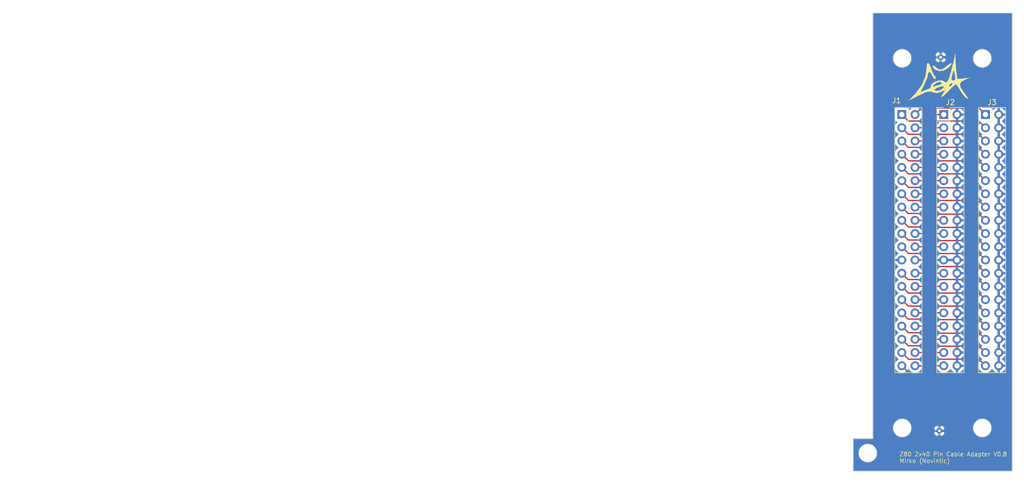
<source format=kicad_pcb>
(kicad_pcb (version 20221018) (generator pcbnew)
  (layers (0 "F.Cu" signal) (31 "B.Cu" signal) (34 "B.Paste" user) (35 "F.Paste" user) (36 "B.SilkS" user "B.Silkscreen") (37 "F.SilkS" user "F.Silkscreen") (38 "B.Mask" user) (39 "F.Mask" user) (44 "Edge.Cuts" user))
  (net 0 "")
  (net 1 "UA10")
  (net 2 "UA11")
  (net 3 "UA9")
  (net 4 "UA12")
  (net 5 "UA8")
  (net 6 "UA13")
  (net 7 "UA7")
  (net 8 "UA14")
  (net 9 "UA6")
  (net 10 "UA15")
  (net 11 "UA5")
  (net 12 "UCLK")
  (net 13 "UA4")
  (net 14 "UD4")
  (net 15 "UA3")
  (net 16 "UD3")
  (net 17 "UA2")
  (net 18 "UD5")
  (net 19 "UA1")
  (net 20 "UD6")
  (net 21 "UA0")
  (net 22 "U+5V")
  (net 23 "GND")
  (net 24 "UD2")
  (net 25 "~{UFRSH}")
  (net 26 "UD7")
  (net 27 "~{UM1}")
  (net 28 "UD0")
  (net 29 "~{URESET}")
  (net 30 "UD1")
  (net 31 "~{UBUSREQ}")
  (net 32 "~{UINT}")
  (net 33 "~{UWAIT}")
  (net 34 "~{UNMI}")
  (net 35 "~{UBUSAQ}")
  (net 36 "~{UHALT}")
  (net 37 "~{UWR}")
  (net 38 "~{UMREQ}")
  (net 39 "~{URD}")
  (net 40 "~{UIORQ}")
  (footprint "Connector_PinHeader_2.54mm:PinHeader_2x20_P2.54mm_Vertical" (layer "F.Cu") (at 79.35 71.5)
    (fp_text reference "J2" (at 1.27 -2.33) (layer "F.SilkS"))
    (fp_text value "Conn_02x20_Odd_Even" hide)
    (fp_line (start -1.33 -1.33) (end 0 -1.33) (stroke (width 0.12)) (layer "F.SilkS"))
    (fp_line (start -1.33 0) (end -1.33 -1.33) (stroke (width 0.12)) (layer "F.SilkS"))
    (fp_line (start -1.33 1.27) (end -1.33 49.59) (stroke (width 0.12)) (layer "F.SilkS"))
    (fp_line (start -1.33 1.27) (end 1.27 1.27) (stroke (width 0.12)) (layer "F.SilkS"))
    (fp_line (start -1.33 49.59) (end 3.87 49.59) (stroke (width 0.12)) (layer "F.SilkS"))
    (fp_line (start 1.27 -1.33) (end 3.87 -1.33) (stroke (width 0.12)) (layer "F.SilkS"))
    (fp_line (start 1.27 1.27) (end 1.27 -1.33) (stroke (width 0.12)) (layer "F.SilkS"))
    (fp_line (start 3.87 -1.33) (end 3.87 49.59) (stroke (width 0.12)) (layer "F.SilkS"))
    (pad "1" thru_hole rect (at 0 0) (size 1.7 1.7) (drill 1) (layers "*.Cu" "*.Mask") (net 1 "UA10"))
    (pad "2" thru_hole oval (at 2.54 0) (size 1.7 1.7) (drill 1) (layers "*.Cu" "*.Mask") (net 23 "GND"))
    (pad "3" thru_hole oval (at 0 2.54) (size 1.7 1.7) (drill 1) (layers "*.Cu" "*.Mask") (net 3 "UA9"))
    (pad "4" thru_hole oval (at 2.54 2.54) (size 1.7 1.7) (drill 1) (layers "*.Cu" "*.Mask") (net 23 "GND"))
    (pad "5" thru_hole oval (at 0 5.08) (size 1.7 1.7) (drill 1) (layers "*.Cu" "*.Mask") (net 5 "UA8"))
    (pad "6" thru_hole oval (at 2.54 5.08) (size 1.7 1.7) (drill 1) (layers "*.Cu" "*.Mask") (net 23 "GND"))
    (pad "7" thru_hole oval (at 0 7.62) (size 1.7 1.7) (drill 1) (layers "*.Cu" "*.Mask") (net 7 "UA7"))
    (pad "8" thru_hole oval (at 2.54 7.62) (size 1.7 1.7) (drill 1) (layers "*.Cu" "*.Mask") (net 23 "GND"))
    (pad "9" thru_hole oval (at 0 10.16) (size 1.7 1.7) (drill 1) (layers "*.Cu" "*.Mask") (net 9 "UA6"))
    (pad "10" thru_hole oval (at 2.54 10.16) (size 1.7 1.7) (drill 1) (layers "*.Cu" "*.Mask") (net 23 "GND"))
    (pad "11" thru_hole oval (at 0 12.7) (size 1.7 1.7) (drill 1) (layers "*.Cu" "*.Mask") (net 11 "UA5"))
    (pad "12" thru_hole oval (at 2.54 12.7) (size 1.7 1.7) (drill 1) (layers "*.Cu" "*.Mask") (net 23 "GND"))
    (pad "13" thru_hole oval (at 0 15.24) (size 1.7 1.7) (drill 1) (layers "*.Cu" "*.Mask") (net 13 "UA4"))
    (pad "14" thru_hole oval (at 2.54 15.24) (size 1.7 1.7) (drill 1) (layers "*.Cu" "*.Mask") (net 23 "GND"))
    (pad "15" thru_hole oval (at 0 17.78) (size 1.7 1.7) (drill 1) (layers "*.Cu" "*.Mask") (net 15 "UA3"))
    (pad "16" thru_hole oval (at 2.54 17.78) (size 1.7 1.7) (drill 1) (layers "*.Cu" "*.Mask") (net 23 "GND"))
    (pad "17" thru_hole oval (at 0 20.32) (size 1.7 1.7) (drill 1) (layers "*.Cu" "*.Mask") (net 17 "UA2"))
    (pad "18" thru_hole oval (at 2.54 20.32) (size 1.7 1.7) (drill 1) (layers "*.Cu" "*.Mask") (net 23 "GND"))
    (pad "19" thru_hole oval (at 0 22.86) (size 1.7 1.7) (drill 1) (layers "*.Cu" "*.Mask") (net 19 "UA1"))
    (pad "20" thru_hole oval (at 2.54 22.86) (size 1.7 1.7) (drill 1) (layers "*.Cu" "*.Mask") (net 23 "GND"))
    (pad "21" thru_hole oval (at 0 25.4) (size 1.7 1.7) (drill 1) (layers "*.Cu" "*.Mask") (net 21 "UA0"))
    (pad "22" thru_hole oval (at 2.54 25.4) (size 1.7 1.7) (drill 1) (layers "*.Cu" "*.Mask") (net 23 "GND"))
    (pad "23" thru_hole oval (at 0 27.94) (size 1.7 1.7) (drill 1) (layers "*.Cu" "*.Mask") (net 23 "GND"))
    (pad "24" thru_hole oval (at 2.54 27.94) (size 1.7 1.7) (drill 1) (layers "*.Cu" "*.Mask") (net 23 "GND"))
    (pad "25" thru_hole oval (at 0 30.48) (size 1.7 1.7) (drill 1) (layers "*.Cu" "*.Mask") (net 25 "~{UFRSH}"))
    (pad "26" thru_hole oval (at 2.54 30.48) (size 1.7 1.7) (drill 1) (layers "*.Cu" "*.Mask") (net 23 "GND"))
    (pad "27" thru_hole oval (at 0 33.02) (size 1.7 1.7) (drill 1) (layers "*.Cu" "*.Mask") (net 27 "~{UM1}"))
    (pad "28" thru_hole oval (at 2.54 33.02) (size 1.7 1.7) (drill 1) (layers "*.Cu" "*.Mask") (net 23 "GND"))
    (pad "29" thru_hole oval (at 0 35.56) (size 1.7 1.7) (drill 1) (layers "*.Cu" "*.Mask") (net 29 "~{URESET}"))
    (pad "30" thru_hole oval (at 2.54 35.56) (size 1.7 1.7) (drill 1) (layers "*.Cu" "*.Mask") (net 23 "GND"))
    (pad "31" thru_hole oval (at 0 38.1) (size 1.7 1.7) (drill 1) (layers "*.Cu" "*.Mask") (net 31 "~{UBUSREQ}"))
    (pad "32" thru_hole oval (at 2.54 38.1) (size 1.7 1.7) (drill 1) (layers "*.Cu" "*.Mask") (net 23 "GND"))
    (pad "33" thru_hole oval (at 0 40.64) (size 1.7 1.7) (drill 1) (layers "*.Cu" "*.Mask") (net 33 "~{UWAIT}"))
    (pad "34" thru_hole oval (at 2.54 40.64) (size 1.7 1.7) (drill 1) (layers "*.Cu" "*.Mask") (net 23 "GND"))
    (pad "35" thru_hole oval (at 0 43.18) (size 1.7 1.7) (drill 1) (layers "*.Cu" "*.Mask") (net 35 "~{UBUSAQ}"))
    (pad "36" thru_hole oval (at 2.54 43.18) (size 1.7 1.7) (drill 1) (layers "*.Cu" "*.Mask") (net 23 "GND"))
    (pad "37" thru_hole oval (at 0 45.72) (size 1.7 1.7) (drill 1) (layers "*.Cu" "*.Mask") (net 37 "~{UWR}"))
    (pad "38" thru_hole oval (at 2.54 45.72) (size 1.7 1.7) (drill 1) (layers "*.Cu" "*.Mask") (net 23 "GND"))
    (pad "39" thru_hole oval (at 0 48.26) (size 1.7 1.7) (drill 1) (layers "*.Cu" "*.Mask") (net 39 "~{URD}"))
    (pad "40" thru_hole oval (at 2.54 48.26) (size 1.7 1.7) (drill 1) (layers "*.Cu" "*.Mask") (net 23 "GND"))
  )
  (footprint "Connector_PinHeader_1.00mm:PinHeader_1x01_P1.00mm_Vertical" (layer "F.Cu") (at 78.75 60.5)
    (fp_text reference "TP1" hide)
    (fp_text value "TestPoint")
    (fp_line (start -0.695 -0.685) (end 0 -0.685) (stroke (width 0.12)) (layer "F.SilkS"))
    (fp_line (start -0.695 0) (end -0.695 -0.685) (stroke (width 0.12)) (layer "F.SilkS"))
    (fp_line (start -0.695 0.685) (end -0.695 0.56) (stroke (width 0.12)) (layer "F.SilkS"))
    (fp_line (start -0.695 0.685) (end -0.608276 0.685) (stroke (width 0.12)) (layer "F.SilkS"))
    (fp_line (start -0.695 0.685) (end 0.695 0.685) (stroke (width 0.12)) (layer "F.SilkS"))
    (fp_line (start 0.608276 0.685) (end 0.695 0.685) (stroke (width 0.12)) (layer "F.SilkS"))
    (fp_line (start 0.695 0.685) (end 0.695 0.56) (stroke (width 0.12)) (layer "F.SilkS"))
    (pad "1" thru_hole rect (at 0 0) (size 0.85 0.85) (drill 0.5) (layers "*.Cu" "*.Mask") (net 23 "GND"))
  )
  (footprint "Connector_PinHeader_2.54mm:PinHeader_2x20_P2.54mm_Vertical" (layer "F.Cu") (at 71.3 71.5)
    (fp_text reference "J1" (at -1 -2.7) (layer "F.SilkS"))
    (fp_text value "A12J2")
    (fp_line (start -1.33 -1.33) (end 0 -1.33) (stroke (width 0.12)) (layer "F.SilkS"))
    (fp_line (start -1.33 0) (end -1.33 -1.33) (stroke (width 0.12)) (layer "F.SilkS"))
    (fp_line (start -1.33 1.27) (end -1.33 49.59) (stroke (width 0.12)) (layer "F.SilkS"))
    (fp_line (start -1.33 1.27) (end 1.27 1.27) (stroke (width 0.12)) (layer "F.SilkS"))
    (fp_line (start -1.33 49.59) (end 3.87 49.59) (stroke (width 0.12)) (layer "F.SilkS"))
    (fp_line (start 1.27 -1.33) (end 3.87 -1.33) (stroke (width 0.12)) (layer "F.SilkS"))
    (fp_line (start 1.27 1.27) (end 1.27 -1.33) (stroke (width 0.12)) (layer "F.SilkS"))
    (fp_line (start 3.87 -1.33) (end 3.87 49.59) (stroke (width 0.12)) (layer "F.SilkS"))
    (pad "1" thru_hole rect (at 0 0) (size 1.7 1.7) (drill 1) (layers "*.Cu" "*.Mask") (net 1 "UA10"))
    (pad "2" thru_hole oval (at 2.54 0) (size 1.7 1.7) (drill 1) (layers "*.Cu" "*.Mask") (net 2 "UA11"))
    (pad "3" thru_hole oval (at 0 2.54) (size 1.7 1.7) (drill 1) (layers "*.Cu" "*.Mask") (net 3 "UA9"))
    (pad "4" thru_hole oval (at 2.54 2.54) (size 1.7 1.7) (drill 1) (layers "*.Cu" "*.Mask") (net 4 "UA12"))
    (pad "5" thru_hole oval (at 0 5.08) (size 1.7 1.7) (drill 1) (layers "*.Cu" "*.Mask") (net 5 "UA8"))
    (pad "6" thru_hole oval (at 2.54 5.08) (size 1.7 1.7) (drill 1) (layers "*.Cu" "*.Mask") (net 6 "UA13"))
    (pad "7" thru_hole oval (at 0 7.62) (size 1.7 1.7) (drill 1) (layers "*.Cu" "*.Mask") (net 7 "UA7"))
    (pad "8" thru_hole oval (at 2.54 7.62) (size 1.7 1.7) (drill 1) (layers "*.Cu" "*.Mask") (net 8 "UA14"))
    (pad "9" thru_hole oval (at 0 10.16) (size 1.7 1.7) (drill 1) (layers "*.Cu" "*.Mask") (net 9 "UA6"))
    (pad "10" thru_hole oval (at 2.54 10.16) (size 1.7 1.7) (drill 1) (layers "*.Cu" "*.Mask") (net 10 "UA15"))
    (pad "11" thru_hole oval (at 0 12.7) (size 1.7 1.7) (drill 1) (layers "*.Cu" "*.Mask") (net 11 "UA5"))
    (pad "12" thru_hole oval (at 2.54 12.7) (size 1.7 1.7) (drill 1) (layers "*.Cu" "*.Mask") (net 12 "UCLK"))
    (pad "13" thru_hole oval (at 0 15.24) (size 1.7 1.7) (drill 1) (layers "*.Cu" "*.Mask") (net 13 "UA4"))
    (pad "14" thru_hole oval (at 2.54 15.24) (size 1.7 1.7) (drill 1) (layers "*.Cu" "*.Mask") (net 14 "UD4"))
    (pad "15" thru_hole oval (at 0 17.78) (size 1.7 1.7) (drill 1) (layers "*.Cu" "*.Mask") (net 15 "UA3"))
    (pad "16" thru_hole oval (at 2.54 17.78) (size 1.7 1.7) (drill 1) (layers "*.Cu" "*.Mask") (net 16 "UD3"))
    (pad "17" thru_hole oval (at 0 20.32) (size 1.7 1.7) (drill 1) (layers "*.Cu" "*.Mask") (net 17 "UA2"))
    (pad "18" thru_hole oval (at 2.54 20.32) (size 1.7 1.7) (drill 1) (layers "*.Cu" "*.Mask") (net 18 "UD5"))
    (pad "19" thru_hole oval (at 0 22.86) (size 1.7 1.7) (drill 1) (layers "*.Cu" "*.Mask") (net 19 "UA1"))
    (pad "20" thru_hole oval (at 2.54 22.86) (size 1.7 1.7) (drill 1) (layers "*.Cu" "*.Mask") (net 20 "UD6"))
    (pad "21" thru_hole oval (at 0 25.4) (size 1.7 1.7) (drill 1) (layers "*.Cu" "*.Mask") (net 21 "UA0"))
    (pad "22" thru_hole oval (at 2.54 25.4) (size 1.7 1.7) (drill 1) (layers "*.Cu" "*.Mask") (net 22 "U+5V"))
    (pad "23" thru_hole oval (at 0 27.94) (size 1.7 1.7) (drill 1) (layers "*.Cu" "*.Mask") (net 23 "GND"))
    (pad "24" thru_hole oval (at 2.54 27.94) (size 1.7 1.7) (drill 1) (layers "*.Cu" "*.Mask") (net 24 "UD2"))
    (pad "25" thru_hole oval (at 0 30.48) (size 1.7 1.7) (drill 1) (layers "*.Cu" "*.Mask") (net 25 "~{UFRSH}"))
    (pad "26" thru_hole oval (at 2.54 30.48) (size 1.7 1.7) (drill 1) (layers "*.Cu" "*.Mask") (net 26 "UD7"))
    (pad "27" thru_hole oval (at 0 33.02) (size 1.7 1.7) (drill 1) (layers "*.Cu" "*.Mask") (net 27 "~{UM1}"))
    (pad "28" thru_hole oval (at 2.54 33.02) (size 1.7 1.7) (drill 1) (layers "*.Cu" "*.Mask") (net 28 "UD0"))
    (pad "29" thru_hole oval (at 0 35.56) (size 1.7 1.7) (drill 1) (layers "*.Cu" "*.Mask") (net 29 "~{URESET}"))
    (pad "30" thru_hole oval (at 2.54 35.56) (size 1.7 1.7) (drill 1) (layers "*.Cu" "*.Mask") (net 30 "UD1"))
    (pad "31" thru_hole oval (at 0 38.1) (size 1.7 1.7) (drill 1) (layers "*.Cu" "*.Mask") (net 31 "~{UBUSREQ}"))
    (pad "32" thru_hole oval (at 2.54 38.1) (size 1.7 1.7) (drill 1) (layers "*.Cu" "*.Mask") (net 32 "~{UINT}"))
    (pad "33" thru_hole oval (at 0 40.64) (size 1.7 1.7) (drill 1) (layers "*.Cu" "*.Mask") (net 33 "~{UWAIT}"))
    (pad "34" thru_hole oval (at 2.54 40.64) (size 1.7 1.7) (drill 1) (layers "*.Cu" "*.Mask") (net 34 "~{UNMI}"))
    (pad "35" thru_hole oval (at 0 43.18) (size 1.7 1.7) (drill 1) (layers "*.Cu" "*.Mask") (net 35 "~{UBUSAQ}"))
    (pad "36" thru_hole oval (at 2.54 43.18) (size 1.7 1.7) (drill 1) (layers "*.Cu" "*.Mask") (net 36 "~{UHALT}"))
    (pad "37" thru_hole oval (at 0 45.72) (size 1.7 1.7) (drill 1) (layers "*.Cu" "*.Mask") (net 37 "~{UWR}"))
    (pad "38" thru_hole oval (at 2.54 45.72) (size 1.7 1.7) (drill 1) (layers "*.Cu" "*.Mask") (net 38 "~{UMREQ}"))
    (pad "39" thru_hole oval (at 0 48.26) (size 1.7 1.7) (drill 1) (layers "*.Cu" "*.Mask") (net 39 "~{URD}"))
    (pad "40" thru_hole oval (at 2.54 48.26) (size 1.7 1.7) (drill 1) (layers "*.Cu" "*.Mask") (net 40 "~{UIORQ}"))
  )
  (footprint "Connector_PinHeader_1.00mm:PinHeader_1x01_P1.00mm_Vertical" (layer "F.Cu") (at 78.5 132.25)
    (fp_text reference "TP2" hide)
    (fp_text value "TestPoint")
    (fp_line (start -0.695 -0.685) (end 0 -0.685) (stroke (width 0.12)) (layer "F.SilkS"))
    (fp_line (start -0.695 0) (end -0.695 -0.685) (stroke (width 0.12)) (layer "F.SilkS"))
    (fp_line (start -0.695 0.685) (end -0.695 0.56) (stroke (width 0.12)) (layer "F.SilkS"))
    (fp_line (start -0.695 0.685) (end -0.608276 0.685) (stroke (width 0.12)) (layer "F.SilkS"))
    (fp_line (start -0.695 0.685) (end 0.695 0.685) (stroke (width 0.12)) (layer "F.SilkS"))
    (fp_line (start 0.608276 0.685) (end 0.695 0.685) (stroke (width 0.12)) (layer "F.SilkS"))
    (fp_line (start 0.695 0.685) (end 0.695 0.56) (stroke (width 0.12)) (layer "F.SilkS"))
    (pad "1" thru_hole rect (at 0 0) (size 0.85 0.85) (drill 0.5) (layers "*.Cu" "*.Mask") (net 23 "GND"))
  )
  (footprint "Connector_PinHeader_2.54mm:PinHeader_2x20_P2.54mm_Vertical" (layer "F.Cu") (at 87.35 71.5)
    (fp_text reference "J3" (at 1.27 -2.33) (layer "F.SilkS"))
    (fp_text value "Conn_02x20_Odd_Even" hide)
    (fp_line (start -1.33 -1.33) (end 0 -1.33) (stroke (width 0.12)) (layer "F.SilkS"))
    (fp_line (start -1.33 0) (end -1.33 -1.33) (stroke (width 0.12)) (layer "F.SilkS"))
    (fp_line (start -1.33 1.27) (end -1.33 49.59) (stroke (width 0.12)) (layer "F.SilkS"))
    (fp_line (start -1.33 1.27) (end 1.27 1.27) (stroke (width 0.12)) (layer "F.SilkS"))
    (fp_line (start -1.33 49.59) (end 3.87 49.59) (stroke (width 0.12)) (layer "F.SilkS"))
    (fp_line (start 1.27 -1.33) (end 3.87 -1.33) (stroke (width 0.12)) (layer "F.SilkS"))
    (fp_line (start 1.27 1.27) (end 1.27 -1.33) (stroke (width 0.12)) (layer "F.SilkS"))
    (fp_line (start 3.87 -1.33) (end 3.87 49.59) (stroke (width 0.12)) (layer "F.SilkS"))
    (pad "1" thru_hole rect (at 0 0) (size 1.7 1.7) (drill 1) (layers "*.Cu" "*.Mask") (net 2 "UA11"))
    (pad "2" thru_hole oval (at 2.54 0) (size 1.7 1.7) (drill 1) (layers "*.Cu" "*.Mask") (net 23 "GND"))
    (pad "3" thru_hole oval (at 0 2.54) (size 1.7 1.7) (drill 1) (layers "*.Cu" "*.Mask") (net 4 "UA12"))
    (pad "4" thru_hole oval (at 2.54 2.54) (size 1.7 1.7) (drill 1) (layers "*.Cu" "*.Mask") (net 23 "GND"))
    (pad "5" thru_hole oval (at 0 5.08) (size 1.7 1.7) (drill 1) (layers "*.Cu" "*.Mask") (net 6 "UA13"))
    (pad "6" thru_hole oval (at 2.54 5.08) (size 1.7 1.7) (drill 1) (layers "*.Cu" "*.Mask") (net 23 "GND"))
    (pad "7" thru_hole oval (at 0 7.62) (size 1.7 1.7) (drill 1) (layers "*.Cu" "*.Mask") (net 8 "UA14"))
    (pad "8" thru_hole oval (at 2.54 7.62) (size 1.7 1.7) (drill 1) (layers "*.Cu" "*.Mask") (net 23 "GND"))
    (pad "9" thru_hole oval (at 0 10.16) (size 1.7 1.7) (drill 1) (layers "*.Cu" "*.Mask") (net 10 "UA15"))
    (pad "10" thru_hole oval (at 2.54 10.16) (size 1.7 1.7) (drill 1) (layers "*.Cu" "*.Mask") (net 23 "GND"))
    (pad "11" thru_hole oval (at 0 12.7) (size 1.7 1.7) (drill 1) (layers "*.Cu" "*.Mask") (net 12 "UCLK"))
    (pad "12" thru_hole oval (at 2.54 12.7) (size 1.7 1.7) (drill 1) (layers "*.Cu" "*.Mask") (net 23 "GND"))
    (pad "13" thru_hole oval (at 0 15.24) (size 1.7 1.7) (drill 1) (layers "*.Cu" "*.Mask") (net 14 "UD4"))
    (pad "14" thru_hole oval (at 2.54 15.24) (size 1.7 1.7) (drill 1) (layers "*.Cu" "*.Mask") (net 23 "GND"))
    (pad "15" thru_hole oval (at 0 17.78) (size 1.7 1.7) (drill 1) (layers "*.Cu" "*.Mask") (net 16 "UD3"))
    (pad "16" thru_hole oval (at 2.54 17.78) (size 1.7 1.7) (drill 1) (layers "*.Cu" "*.Mask") (net 23 "GND"))
    (pad "17" thru_hole oval (at 0 20.32) (size 1.7 1.7) (drill 1) (layers "*.Cu" "*.Mask") (net 18 "UD5"))
    (pad "18" thru_hole oval (at 2.54 20.32) (size 1.7 1.7) (drill 1) (layers "*.Cu" "*.Mask") (net 23 "GND"))
    (pad "19" thru_hole oval (at 0 22.86) (size 1.7 1.7) (drill 1) (layers "*.Cu" "*.Mask") (net 20 "UD6"))
    (pad "20" thru_hole oval (at 2.54 22.86) (size 1.7 1.7) (drill 1) (layers "*.Cu" "*.Mask") (net 23 "GND"))
    (pad "21" thru_hole oval (at 0 25.4) (size 1.7 1.7) (drill 1) (layers "*.Cu" "*.Mask") (net 22 "U+5V"))
    (pad "22" thru_hole oval (at 2.54 25.4) (size 1.7 1.7) (drill 1) (layers "*.Cu" "*.Mask") (net 23 "GND"))
    (pad "23" thru_hole oval (at 0 27.94) (size 1.7 1.7) (drill 1) (layers "*.Cu" "*.Mask") (net 24 "UD2"))
    (pad "24" thru_hole oval (at 2.54 27.94) (size 1.7 1.7) (drill 1) (layers "*.Cu" "*.Mask") (net 23 "GND"))
    (pad "25" thru_hole oval (at 0 30.48) (size 1.7 1.7) (drill 1) (layers "*.Cu" "*.Mask") (net 26 "UD7"))
    (pad "26" thru_hole oval (at 2.54 30.48) (size 1.7 1.7) (drill 1) (layers "*.Cu" "*.Mask") (net 23 "GND"))
    (pad "27" thru_hole oval (at 0 33.02) (size 1.7 1.7) (drill 1) (layers "*.Cu" "*.Mask") (net 28 "UD0"))
    (pad "28" thru_hole oval (at 2.54 33.02) (size 1.7 1.7) (drill 1) (layers "*.Cu" "*.Mask") (net 23 "GND"))
    (pad "29" thru_hole oval (at 0 35.56) (size 1.7 1.7) (drill 1) (layers "*.Cu" "*.Mask") (net 30 "UD1"))
    (pad "30" thru_hole oval (at 2.54 35.56) (size 1.7 1.7) (drill 1) (layers "*.Cu" "*.Mask") (net 23 "GND"))
    (pad "31" thru_hole oval (at 0 38.1) (size 1.7 1.7) (drill 1) (layers "*.Cu" "*.Mask") (net 32 "~{UINT}"))
    (pad "32" thru_hole oval (at 2.54 38.1) (size 1.7 1.7) (drill 1) (layers "*.Cu" "*.Mask") (net 23 "GND"))
    (pad "33" thru_hole oval (at 0 40.64) (size 1.7 1.7) (drill 1) (layers "*.Cu" "*.Mask") (net 34 "~{UNMI}"))
    (pad "34" thru_hole oval (at 2.54 40.64) (size 1.7 1.7) (drill 1) (layers "*.Cu" "*.Mask") (net 23 "GND"))
    (pad "35" thru_hole oval (at 0 43.18) (size 1.7 1.7) (drill 1) (layers "*.Cu" "*.Mask") (net 36 "~{UHALT}"))
    (pad "36" thru_hole oval (at 2.54 43.18) (size 1.7 1.7) (drill 1) (layers "*.Cu" "*.Mask") (net 23 "GND"))
    (pad "37" thru_hole oval (at 0 45.72) (size 1.7 1.7) (drill 1) (layers "*.Cu" "*.Mask") (net 38 "~{UMREQ}"))
    (pad "38" thru_hole oval (at 2.54 45.72) (size 1.7 1.7) (drill 1) (layers "*.Cu" "*.Mask") (net 23 "GND"))
    (pad "39" thru_hole oval (at 0 48.26) (size 1.7 1.7) (drill 1) (layers "*.Cu" "*.Mask") (net 40 "~{UIORQ}"))
    (pad "40" thru_hole oval (at 2.54 48.26) (size 1.7 1.7) (drill 1) (layers "*.Cu" "*.Mask") (net 23 "GND"))
  )
  (footprint "68KCPU:cma002" (layer "F.Cu") (at 81.9 65.2)
    (fp_text reference "G***" hide)
    (fp_text value "LOGO" hide)
    (fp_poly (pts (xy -1.099258 -3.323156) (xy -1.518673 -2.817886) (xy -1.68809 -2.654872) (xy -2.484786 -2.173625) (xy -3.354228 -2.041044) (xy -4.126988 -2.266961) (xy -4.406188 -2.497113) (xy -4.694086 -2.944487) (xy -4.609424 -3.120866) (xy -4.247021 -2.954298) (xy -4.042834 -2.772834) (xy -3.514851 -2.38107) (xy -2.990353 -2.356201) (xy -2.349806 -2.715156) (xy -1.913839 -3.074313) (xy -1.327778 -3.508849) (xy -1.045939 -3.572637) (xy -1.099258 -3.323156)) (stroke (width 0.01)) (fill solid) (layer "F.SilkS"))
    (fp_poly (pts (xy -0.280252 -4.162952) (xy -0.229077 -3.10242) (xy -0.132569 -2.010693) (xy -0.093766 -1.695866) (xy 0.066468 -0.526829) (xy 1.239734 -0.64236) (xy 2.413 -0.75789) (xy 1.4605 -0.344478) (xy 0.815075 0.024756) (xy 0.555608 0.459529) (xy 0.679916 1.043065) (xy 1.185815 1.85859) (xy 1.395322 2.139544) (xy 1.835729 2.758666) (xy 2.074113 3.180333) (xy 2.074598 3.302) (xy 1.718051 3.101094) (xy 1.231029 2.586862) (xy 0.72616 1.892033) (xy 0.404188 1.3335) (xy 0.077442 0.79123) (xy -0.19121 0.516411) (xy -0.225765 0.508) (xy -0.493516 0.68077) (xy -0.994133 1.134466) (xy -1.620931 1.772165) (xy -1.641962 1.794614) (xy -2.336912 2.492079) (xy -2.800782 2.866197) (xy -3.001349 2.904541) (xy -2.906392 2.594685) (xy -2.662848 2.188309) (xy -2.237104 1.538542) (xy -3.021039 1.929621) (xy -3.703516 2.176003) (xy -4.346766 2.114804) (xy -4.641202 2.018315) (xy -5.095082 1.888247) (xy -5.52511 1.888681) (xy -6.065801 2.05162) (xy -6.851669 2.409066) (xy -7.374215 2.668539) (xy -9.271 3.621146) (xy -7.958427 2.228904) (xy -6.798656 0.683869) (xy -6.08242 -0.993119) (xy -5.842 -2.698111) (xy -5.7725 -3.405196) (xy -5.586352 -3.632772) (xy -5.317084 -3.386627) (xy -4.998223 -2.672548) (xy -4.954647 -2.544958) (xy -4.674175 -1.800053) (xy -4.414918 -1.274327) (xy -4.29858 -1.130998) (xy -4.081193 -0.833335) (xy -4.145049 -0.556417) (xy -4.287185 -0.508) (xy -4.527723 -0.717741) (xy -4.807721 -1.226621) (xy -4.824663 -1.266772) (xy -5.140109 -1.77542) (xy -5.422343 -1.844577) (xy -5.579135 -1.471338) (xy -5.588 -1.290804) (xy -5.698125 -0.829349) (xy -5.983901 -0.09697) (xy -6.302405 0.582728) (xy -7.01681 1.999044) (xy -6.144386 1.634522) (xy -5.930939 1.548847) (xy -4.318 1.548847) (xy -4.121491 1.750819) (xy -3.653985 1.74193) (xy -3.098518 1.539177) (xy -2.906447 1.417767) (xy -2.584513 1.091727) (xy -2.562712 0.908622) (xy -2.886847 0.876278) (xy -3.42777 1.013919) (xy -3.969166 1.242648) (xy -4.294723 1.483564) (xy -4.318 1.548847) (xy -5.930939 1.548847) (xy -5.553377 1.397299) (xy -5.202374 1.274645) (xy -5.175981 1.27) (xy -5.088085 1.06522) (xy -5.08 0.928366) (xy -5.054933 0.871555) (xy -4.705526 0.871555) (xy -4.669095 0.956263) (xy -4.484904 0.909177) (xy -4.138555 0.808091) (xy -1.524 0.808091) (xy -1.378874 0.910478) (xy -1.136862 0.756905) (xy -0.870594 0.446314) (xy -0.865963 0.31937) (xy -1.147979 0.313934) (xy -1.441211 0.570241) (xy -1.524 0.808091) (xy -4.138555 0.808091) (xy -3.855181 0.725385) (xy -3.407159 0.606821) (xy -2.99909 0.416139) (xy -2.937746 0.226904) (xy -3.327069 0.0097) (xy -3.915164 0.203535) (xy -4.353361 0.52926) (xy -4.705526 0.871555) (xy -5.054933 0.871555) (xy -4.864248 0.439412) (xy -4.328516 0.03727) (xy -3.640093 -0.220765) (xy -2.966268 -0.277398) (xy -2.47433 -0.075334) (xy -2.405378 0.012333) (xy -2.126038 0.135125) (xy -1.907908 0.002413) (xy -1.714286 -0.271943) (xy -1.573742 -0.621896) (xy -1.077532 -0.621896) (xy -1.041001 -0.331124) (xy -0.79208 -0.255227) (xy -0.715203 -0.254) (xy -0.409779 -0.320402) (xy -0.324295 -0.611283) (xy -0.403187 -1.2065) (xy -0.524018 -1.831935) (xy -0.607784 -2.188861) (xy -0.618358 -2.214496) (xy -0.702685 -2.032228) (xy -0.862724 -1.508749) (xy -0.930374 -1.261996) (xy -1.077532 -0.621896) (xy -1.573742 -0.621896) (xy -1.491827 -0.825862) (xy -1.223071 -1.716284) (xy -0.890562 -3.000149) (xy -0.544369 -4.445) (xy -0.306504 -5.461) (xy -0.280252 -4.162952)) (stroke (width 0.01)) (fill solid) (layer "F.SilkS"))
  )
  (gr_line (start 65.75 133.75) (end 65.75 52) (stroke (width 0.1)) (layer "Edge.Cuts"))
  (gr_line (start 65.75 52) (end 92.5 52) (stroke (width 0.1)) (layer "Edge.Cuts"))
  (gr_line (start 62 140) (end 62 133.75) (stroke (width 0.1)) (layer "Edge.Cuts"))
  (gr_circle (center 71.38 60.7115) (end 73.13 60.7115) (stroke (width 0.05)) (fill none) (layer "Edge.Cuts"))
  (gr_circle (center 86.75 131.7045) (end 88.5 131.7045) (stroke (width 0.05)) (fill none) (layer "Edge.Cuts"))
  (gr_line (start 62 133.75) (end 65.75 133.75) (stroke (width 0.1)) (layer "Edge.Cuts"))
  (gr_line (start 92.5 52) (end 92.5 140) (stroke (width 0.1)) (layer "Edge.Cuts"))
  (gr_circle (center 64.776 136.5305) (end 66.526 136.5305) (stroke (width 0.05)) (fill none) (layer "Edge.Cuts"))
  (gr_circle (center 86.75 60.7115) (end 88.5 60.7115) (stroke (width 0.05)) (fill none) (layer "Edge.Cuts"))
  (gr_line (start 92.5 140) (end 62 140) (stroke (width 0.1)) (layer "Edge.Cuts"))
  (gr_circle (center 71.38 131.7045) (end 73.13 131.7045) (stroke (width 0.05)) (fill none) (layer "Edge.Cuts"))
  (gr_text "Z80 2x40 Pin Cable Adapter V0.8\nMirko (Novintic)" (at 70.8 138.5) (layer "F.SilkS") (effects (font (size 0.8 0.8) (thickness 0.1)) (justify left bottom)))
  (segment (start 71.3 71.5) (end 72.55 72.75) (width 0.25) (layer "F.Cu") (net 1))
  (segment (start 76 72.75) (end 77.25 71.5) (width 0.25) (layer "F.Cu") (net 1))
  (segment (start 77.25 71.5) (end 79.35 71.5) (width 0.25) (layer "F.Cu") (net 1))
  (segment (start 72.55 72.75) (end 76 72.75) (width 0.25) (layer "F.Cu") (net 1))
  (segment (start 86.1 70.25) (end 87.35 71.5) (width 0.25) (layer "F.Cu") (net 2))
  (segment (start 73.84 71.5) (end 75.09 70.25) (width 0.25) (layer "F.Cu") (net 2))
  (segment (start 75.09 70.25) (end 86.1 70.25) (width 0.25) (layer "F.Cu") (net 2))
  (segment (start 77.405 74.04) (end 79.35 74.04) (width 0.25) (layer "F.Cu") (net 3))
  (segment (start 71.3 74.04) (end 72.56 75.3) (width 0.25) (layer "F.Cu") (net 3))
  (segment (start 76.145 75.3) (end 77.405 74.04) (width 0.25) (layer "F.Cu") (net 3))
  (segment (start 72.56 75.3) (end 76.145 75.3) (width 0.25) (layer "F.Cu") (net 3))
  (segment (start 77.25 72.75) (end 86.06 72.75) (width 0.25) (layer "F.Cu") (net 4))
  (segment (start 75.96 74.04) (end 77.25 72.75) (width 0.25) (layer "F.Cu") (net 4))
  (segment (start 86.06 72.75) (end 87.35 74.04) (width 0.25) (layer "F.Cu") (net 4))
  (segment (start 73.84 74.04) (end 75.96 74.04) (width 0.25) (layer "F.Cu") (net 4))
  (segment (start 71.3 76.58) (end 72.52 77.8) (width 0.25) (layer "F.Cu") (net 5))
  (segment (start 76 77.8) (end 77.22 76.58) (width 0.25) (layer "F.Cu") (net 5))
  (segment (start 77.22 76.58) (end 79.35 76.58) (width 0.25) (layer "F.Cu") (net 5))
  (segment (start 72.52 77.8) (end 76 77.8) (width 0.25) (layer "F.Cu") (net 5))
  (segment (start 77.45915 75.3) (end 86.07 75.3) (width 0.25) (layer "F.Cu") (net 6))
  (segment (start 86.07 75.3) (end 87.35 76.58) (width 0.25) (layer "F.Cu") (net 6))
  (segment (start 76.17915 76.58) (end 77.45915 75.3) (width 0.25) (layer "F.Cu") (net 6))
  (segment (start 73.84 76.58) (end 76.17915 76.58) (width 0.25) (layer "F.Cu") (net 6))
  (segment (start 77.18 79.12) (end 79.35 79.12) (width 0.25) (layer "F.Cu") (net 7))
  (segment (start 71.3 79.12) (end 72.58 80.4) (width 0.25) (layer "F.Cu") (net 7))
  (segment (start 72.58 80.4) (end 75.9 80.4) (width 0.25) (layer "F.Cu") (net 7))
  (segment (start 75.9 80.4) (end 77.18 79.12) (width 0.25) (layer "F.Cu") (net 7))
  (segment (start 77.2 77.8) (end 86.03 77.8) (width 0.25) (layer "F.Cu") (net 8))
  (segment (start 75.88 79.12) (end 77.2 77.8) (width 0.25) (layer "F.Cu") (net 8))
  (segment (start 73.84 79.12) (end 75.88 79.12) (width 0.25) (layer "F.Cu") (net 8))
  (segment (start 86.03 77.8) (end 87.35 79.12) (width 0.25) (layer "F.Cu") (net 8))
  (segment (start 72.54 82.9) (end 76.105 82.9) (width 0.25) (layer "F.Cu") (net 9))
  (segment (start 76.105 82.9) (end 77.345 81.66) (width 0.25) (layer "F.Cu") (net 9))
  (segment (start 77.345 81.66) (end 79.35 81.66) (width 0.25) (layer "F.Cu") (net 9))
  (segment (start 71.3 81.66) (end 72.54 82.9) (width 0.25) (layer "F.Cu") (net 9))
  (segment (start 76.04 81.66) (end 77.3 80.4) (width 0.25) (layer "F.Cu") (net 10))
  (segment (start 73.84 81.66) (end 76.04 81.66) (width 0.25) (layer "F.Cu") (net 10))
  (segment (start 77.3 80.4) (end 86.09 80.4) (width 0.25) (layer "F.Cu") (net 10))
  (segment (start 86.09 80.4) (end 87.35 81.66) (width 0.25) (layer "F.Cu") (net 10))
  (segment (start 77.3 84.2) (end 79.35 84.2) (width 0.25) (layer "F.Cu") (net 11))
  (segment (start 76 85.5) (end 77.3 84.2) (width 0.25) (layer "F.Cu") (net 11))
  (segment (start 71.3 84.2) (end 72.6 85.5) (width 0.25) (layer "F.Cu") (net 11))
  (segment (start 72.6 85.5) (end 76 85.5) (width 0.25) (layer "F.Cu") (net 11))
  (segment (start 76.1 84.2) (end 77.4 82.9) (width 0.25) (layer "F.Cu") (net 12))
  (segment (start 73.84 84.2) (end 76.1 84.2) (width 0.25) (layer "F.Cu") (net 12))
  (segment (start 77.4 82.9) (end 86.05 82.9) (width 0.25) (layer "F.Cu") (net 12))
  (segment (start 86.05 82.9) (end 87.35 84.2) (width 0.25) (layer "F.Cu") (net 12))
  (segment (start 77.06 86.74) (end 79.35 86.74) (width 0.25) (layer "F.Cu") (net 13))
  (segment (start 72.56 88) (end 75.8 88) (width 0.25) (layer "F.Cu") (net 13))
  (segment (start 71.3 86.74) (end 72.56 88) (width 0.25) (layer "F.Cu") (net 13))
  (segment (start 75.8 88) (end 77.06 86.74) (width 0.25) (layer "F.Cu") (net 13))
  (segment (start 73.84 86.74) (end 75.96 86.74) (width 0.25) (layer "F.Cu") (net 14))
  (segment (start 75.96 86.74) (end 77.135 85.565) (width 0.25) (layer "F.Cu") (net 14))
  (segment (start 86.175 85.565) (end 87.35 86.74) (width 0.25) (layer "F.Cu") (net 14))
  (segment (start 77.135 85.565) (end 86.175 85.565) (width 0.25) (layer "F.Cu") (net 14))
  (segment (start 71.3 89.28) (end 72.52 90.5) (width 0.25) (layer "F.Cu") (net 15))
  (segment (start 77.32 89.28) (end 79.35 89.28) (width 0.25) (layer "F.Cu") (net 15))
  (segment (start 72.52 90.5) (end 76.1 90.5) (width 0.25) (layer "F.Cu") (net 15))
  (segment (start 76.1 90.5) (end 77.32 89.28) (width 0.25) (layer "F.Cu") (net 15))
  (segment (start 86.07 88) (end 87.35 89.28) (width 0.25) (layer "F.Cu") (net 16))
  (segment (start 76.02 89.28) (end 77.3 88) (width 0.25) (layer "F.Cu") (net 16))
  (segment (start 77.3 88) (end 86.07 88) (width 0.25) (layer "F.Cu") (net 16))
  (segment (start 73.84 89.28) (end 76.02 89.28) (width 0.25) (layer "F.Cu") (net 16))
  (segment (start 71.3 91.82) (end 72.58 93.1) (width 0.25) (layer "F.Cu") (net 17))
  (segment (start 72.58 93.1) (end 76 93.1) (width 0.25) (layer "F.Cu") (net 17))
  (segment (start 77.28 91.82) (end 79.35 91.82) (width 0.25) (layer "F.Cu") (net 17))
  (segment (start 76 93.1) (end 77.28 91.82) (width 0.25) (layer "F.Cu") (net 17))
  (segment (start 77.155 90.645) (end 86.175 90.645) (width 0.25) (layer "F.Cu") (net 18))
  (segment (start 75.98 91.82) (end 77.155 90.645) (width 0.25) (layer "F.Cu") (net 18))
  (segment (start 86.175 90.645) (end 87.35 91.82) (width 0.25) (layer "F.Cu") (net 18))
  (segment (start 73.84 91.82) (end 75.98 91.82) (width 0.25) (layer "F.Cu") (net 18))
  (segment (start 71.3 94.36) (end 72.54 95.6) (width 0.25) (layer "F.Cu") (net 19))
  (segment (start 76 95.6) (end 77.24 94.36) (width 0.25) (layer "F.Cu") (net 19))
  (segment (start 77.24 94.36) (end 79.35 94.36) (width 0.25) (layer "F.Cu") (net 19))
  (segment (start 72.54 95.6) (end 76 95.6) (width 0.25) (layer "F.Cu") (net 19))
  (segment (start 86.175 93.185) (end 87.35 94.36) (width 0.25) (layer "F.Cu") (net 20))
  (segment (start 75.94 94.36) (end 77.115 93.185) (width 0.25) (layer "F.Cu") (net 20))
  (segment (start 77.115 93.185) (end 86.175 93.185) (width 0.25) (layer "F.Cu") (net 20))
  (segment (start 73.84 94.36) (end 75.94 94.36) (width 0.25) (layer "F.Cu") (net 20))
  (segment (start 76.075 98.2) (end 77.375 96.9) (width 0.25) (layer "F.Cu") (net 21))
  (segment (start 72.6 98.2) (end 76.075 98.2) (width 0.25) (layer "F.Cu") (net 21))
  (segment (start 77.375 96.9) (end 79.35 96.9) (width 0.25) (layer "F.Cu") (net 21))
  (segment (start 71.3 96.9) (end 72.6 98.2) (width 0.25) (layer "F.Cu") (net 21))
  (segment (start 77.275 95.725) (end 86.175 95.725) (width 0.25) (layer "F.Cu") (net 22))
  (segment (start 86.175 95.725) (end 87.35 96.9) (width 0.25) (layer "F.Cu") (net 22))
  (segment (start 73.84 96.9) (end 76.1 96.9) (width 0.25) (layer "F.Cu") (net 22))
  (segment (start 76.1 96.9) (end 77.275 95.725) (width 0.25) (layer "F.Cu") (net 22))
  (segment (start 77.2 98.2) (end 86.11 98.2) (width 0.25) (layer "F.Cu") (net 24))
  (segment (start 75.96 99.44) (end 77.2 98.2) (width 0.25) (layer "F.Cu") (net 24))
  (segment (start 86.11 98.2) (end 87.35 99.44) (width 0.25) (layer "F.Cu") (net 24))
  (segment (start 73.84 99.44) (end 75.96 99.44) (width 0.25) (layer "F.Cu") (net 24))
  (segment (start 71.3 101.98) (end 72.52 103.2) (width 0.25) (layer "F.Cu") (net 25))
  (segment (start 77.22 101.98) (end 79.35 101.98) (width 0.25) (layer "F.Cu") (net 25))
  (segment (start 76 103.2) (end 77.22 101.98) (width 0.25) (layer "F.Cu") (net 25))
  (segment (start 72.52 103.2) (end 76 103.2) (width 0.25) (layer "F.Cu") (net 25))
  (segment (start 77.4 100.7) (end 86.07 100.7) (width 0.25) (layer "F.Cu") (net 26))
  (segment (start 73.84 101.98) (end 76.12 101.98) (width 0.25) (layer "F.Cu") (net 26))
  (segment (start 76.12 101.98) (end 77.4 100.7) (width 0.25) (layer "F.Cu") (net 26))
  (segment (start 86.07 100.7) (end 87.35 101.98) (width 0.25) (layer "F.Cu") (net 26))
  (segment (start 77.18 104.52) (end 79.35 104.52) (width 0.25) (layer "F.Cu") (net 27))
  (segment (start 71.3 104.52) (end 72.58 105.8) (width 0.25) (layer "F.Cu") (net 27))
  (segment (start 75.9 105.8) (end 77.18 104.52) (width 0.25) (layer "F.Cu") (net 27))
  (segment (start 72.58 105.8) (end 75.9 105.8) (width 0.25) (layer "F.Cu") (net 27))
  (segment (start 77.1 103.2) (end 86.03 103.2) (width 0.25) (layer "F.Cu") (net 28))
  (segment (start 75.78 104.52) (end 77.1 103.2) (width 0.25) (layer "F.Cu") (net 28))
  (segment (start 86.03 103.2) (end 87.35 104.52) (width 0.25) (layer "F.Cu") (net 28))
  (segment (start 73.84 104.52) (end 75.78 104.52) (width 0.25) (layer "F.Cu") (net 28))
  (segment (start 71.3 107.06) (end 72.54 108.3) (width 0.25) (layer "F.Cu") (net 29))
  (segment (start 72.54 108.3) (end 75.9 108.3) (width 0.25) (layer "F.Cu") (net 29))
  (segment (start 75.9 108.3) (end 77.14 107.06) (width 0.25) (layer "F.Cu") (net 29))
  (segment (start 77.14 107.06) (end 79.35 107.06) (width 0.25) (layer "F.Cu") (net 29))
  (segment (start 86.09 105.8) (end 87.35 107.06) (width 0.25) (layer "F.Cu") (net 30))
  (segment (start 76.04 107.06) (end 77.3 105.8) (width 0.25) (layer "F.Cu") (net 30))
  (segment (start 77.3 105.8) (end 86.09 105.8) (width 0.25) (layer "F.Cu") (net 30))
  (segment (start 73.84 107.06) (end 76.04 107.06) (width 0.25) (layer "F.Cu") (net 30))
  (segment (start 71.3 109.6) (end 72.5 110.8) (width 0.25) (layer "F.Cu") (net 31))
  (segment (start 72.5 110.8) (end 75.8 110.8) (width 0.25) (layer "F.Cu") (net 31))
  (segment (start 75.8 110.8) (end 77 109.6) (width 0.25) (layer "F.Cu") (net 31))
  (segment (start 77 109.6) (end 79.35 109.6) (width 0.25) (layer "F.Cu") (net 31))
  (segment (start 77 108.3) (end 86.05 108.3) (width 0.25) (layer "F.Cu") (net 32))
  (segment (start 75.7 109.6) (end 77 108.3) (width 0.25) (layer "F.Cu") (net 32))
  (segment (start 86.05 108.3) (end 87.35 109.6) (width 0.25) (layer "F.Cu") (net 32))
  (segment (start 73.84 109.6) (end 75.7 109.6) (width 0.25) (layer "F.Cu") (net 32))
  (segment (start 71.3 112.14) (end 72.56 113.4) (width 0.25) (layer "F.Cu") (net 33))
  (segment (start 75.9 113.4) (end 77.16 112.14) (width 0.25) (layer "F.Cu") (net 33))
  (segment (start 77.16 112.14) (end 79.35 112.14) (width 0.25) (layer "F.Cu") (net 33))
  (segment (start 72.56 113.4) (end 75.9 113.4) (width 0.25) (layer "F.Cu") (net 33))
  (segment (start 73.84 112.14) (end 75.96 112.14) (width 0.25) (layer "F.Cu") (net 34))
  (segment (start 77.2 110.9) (end 86.11 110.9) (width 0.25) (layer "F.Cu") (net 34))
  (segment (start 86.11 110.9) (end 87.35 112.14) (width 0.25) (layer "F.Cu") (net 34))
  (segment (start 75.96 112.14) (end 77.2 110.9) (width 0.25) (layer "F.Cu") (net 34))
  (segment (start 72.52 115.9) (end 76.1 115.9) (width 0.25) (layer "F.Cu") (net 35))
  (segment (start 71.3 114.68) (end 72.52 115.9) (width 0.25) (layer "F.Cu") (net 35))
  (segment (start 76.1 115.9) (end 77.32 114.68) (width 0.25) (layer "F.Cu") (net 35))
  (segment (start 77.32 114.68) (end 79.35 114.68) (width 0.25) (layer "F.Cu") (net 35))
  (segment (start 77.295 113.505) (end 86.175 113.505) (width 0.25) (layer "F.Cu") (net 36))
  (segment (start 73.84 114.68) (end 76.12 114.68) (width 0.25) (layer "F.Cu") (net 36))
  (segment (start 76.12 114.68) (end 77.295 113.505) (width 0.25) (layer "F.Cu") (net 36))
  (segment (start 86.175 113.505) (end 87.35 114.68) (width 0.25) (layer "F.Cu") (net 36))
  (segment (start 71.3 117.22) (end 72.58 118.5) (width 0.25) (layer "F.Cu") (net 37))
  (segment (start 77.28 117.22) (end 79.35 117.22) (width 0.25) (layer "F.Cu") (net 37))
  (segment (start 72.58 118.5) (end 76 118.5) (width 0.25) (layer "F.Cu") (net 37))
  (segment (start 76 118.5) (end 77.28 117.22) (width 0.25) (layer "F.Cu") (net 37))
  (segment (start 76.08 117.22) (end 77.3 116) (width 0.25) (layer "F.Cu") (net 38))
  (segment (start 77.3 116) (end 86.13 116) (width 0.25) (layer "F.Cu") (net 38))
  (segment (start 86.13 116) (end 87.35 117.22) (width 0.25) (layer "F.Cu") (net 38))
  (segment (start 73.84 117.22) (end 76.08 117.22) (width 0.25) (layer "F.Cu") (net 38))
  (segment (start 71.3 119.76) (end 72.74 121.2) (width 0.25) (layer "F.Cu") (net 39))
  (segment (start 75.8 121.2) (end 77.24 119.76) (width 0.25) (layer "F.Cu") (net 39))
  (segment (start 77.24 119.76) (end 79.35 119.76) (width 0.25) (layer "F.Cu") (net 39))
  (segment (start 72.74 121.2) (end 75.8 121.2) (width 0.25) (layer "F.Cu") (net 39))
  (segment (start 76.04 119.76) (end 77.3 118.5) (width 0.25) (layer "F.Cu") (net 40))
  (segment (start 73.84 119.76) (end 76.04 119.76) (width 0.25) (layer "F.Cu") (net 40))
  (segment (start 77.3 118.5) (end 86.09 118.5) (width 0.25) (layer "F.Cu") (net 40))
  (segment (start 86.09 118.5) (end 87.35 119.76) (width 0.25) (layer "F.Cu") (net 40))
  (zone (net 23) (net_name "GND") (layer "B.Cu") (connect_pads (clearance 0.5)) (min_thickness 0.25) (fill yes (thermal_gap 0.5) (thermal_bridge_width 0.5))
    (polygon (pts (xy 57.5 50) (xy 94.75 50) (xy 94.75 142.25) (xy 57.75 142.25) (xy 57.25 141.75) (xy 57.25 50) (xy 57.75 49.5) (xy 58 49.75) (xy 57.75 49.75)))
  )
)
</source>
